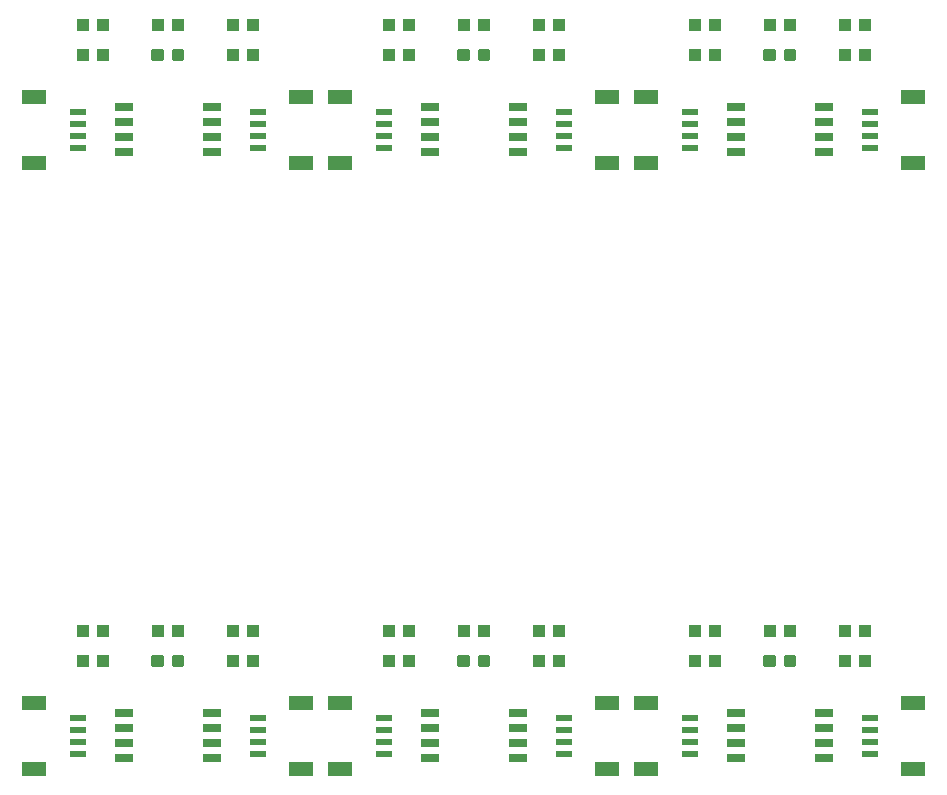
<source format=gtp>
G75*
%MOIN*%
%OFA0B0*%
%FSLAX25Y25*%
%IPPOS*%
%LPD*%
%AMOC8*
5,1,8,0,0,1.08239X$1,22.5*
%
%ADD10R,0.04331X0.03937*%
%ADD11C,0.01181*%
%ADD12R,0.07874X0.04724*%
%ADD13R,0.05315X0.02362*%
%ADD14R,0.06000X0.03000*%
D10*
X0154987Y0293933D03*
X0161680Y0293933D03*
X0161680Y0303933D03*
X0154987Y0303933D03*
X0179987Y0303933D03*
X0186680Y0303933D03*
X0204987Y0303933D03*
X0211680Y0303933D03*
X0211680Y0293933D03*
X0204987Y0293933D03*
X0256987Y0293933D03*
X0263680Y0293933D03*
X0263680Y0303933D03*
X0256987Y0303933D03*
X0281987Y0303933D03*
X0288680Y0303933D03*
X0306987Y0303933D03*
X0313680Y0303933D03*
X0313680Y0293933D03*
X0306987Y0293933D03*
X0358987Y0293933D03*
X0365680Y0293933D03*
X0365680Y0303933D03*
X0358987Y0303933D03*
X0383987Y0303933D03*
X0390680Y0303933D03*
X0408987Y0303933D03*
X0415680Y0303933D03*
X0415680Y0293933D03*
X0408987Y0293933D03*
X0408987Y0495933D03*
X0415680Y0495933D03*
X0415680Y0505933D03*
X0408987Y0505933D03*
X0390680Y0505933D03*
X0383987Y0505933D03*
X0365680Y0505933D03*
X0358987Y0505933D03*
X0358987Y0495933D03*
X0365680Y0495933D03*
X0313680Y0495933D03*
X0306987Y0495933D03*
X0306987Y0505933D03*
X0313680Y0505933D03*
X0288680Y0505933D03*
X0281987Y0505933D03*
X0263680Y0505933D03*
X0256987Y0505933D03*
X0256987Y0495933D03*
X0263680Y0495933D03*
X0211680Y0495933D03*
X0204987Y0495933D03*
X0204987Y0505933D03*
X0211680Y0505933D03*
X0186680Y0505933D03*
X0179987Y0505933D03*
X0161680Y0505933D03*
X0154987Y0505933D03*
X0154987Y0495933D03*
X0161680Y0495933D03*
D11*
X0181259Y0497311D02*
X0181259Y0494555D01*
X0178503Y0494555D01*
X0178503Y0497311D01*
X0181259Y0497311D01*
X0181259Y0495677D02*
X0178503Y0495677D01*
X0178503Y0496799D02*
X0181259Y0496799D01*
X0188164Y0497311D02*
X0188164Y0494555D01*
X0185408Y0494555D01*
X0185408Y0497311D01*
X0188164Y0497311D01*
X0188164Y0495677D02*
X0185408Y0495677D01*
X0185408Y0496799D02*
X0188164Y0496799D01*
X0283259Y0497311D02*
X0283259Y0494555D01*
X0280503Y0494555D01*
X0280503Y0497311D01*
X0283259Y0497311D01*
X0283259Y0495677D02*
X0280503Y0495677D01*
X0280503Y0496799D02*
X0283259Y0496799D01*
X0290164Y0497311D02*
X0290164Y0494555D01*
X0287408Y0494555D01*
X0287408Y0497311D01*
X0290164Y0497311D01*
X0290164Y0495677D02*
X0287408Y0495677D01*
X0287408Y0496799D02*
X0290164Y0496799D01*
X0385259Y0497311D02*
X0385259Y0494555D01*
X0382503Y0494555D01*
X0382503Y0497311D01*
X0385259Y0497311D01*
X0385259Y0495677D02*
X0382503Y0495677D01*
X0382503Y0496799D02*
X0385259Y0496799D01*
X0392164Y0497311D02*
X0392164Y0494555D01*
X0389408Y0494555D01*
X0389408Y0497311D01*
X0392164Y0497311D01*
X0392164Y0495677D02*
X0389408Y0495677D01*
X0389408Y0496799D02*
X0392164Y0496799D01*
X0392164Y0295311D02*
X0392164Y0292555D01*
X0389408Y0292555D01*
X0389408Y0295311D01*
X0392164Y0295311D01*
X0392164Y0293677D02*
X0389408Y0293677D01*
X0389408Y0294799D02*
X0392164Y0294799D01*
X0385259Y0295311D02*
X0385259Y0292555D01*
X0382503Y0292555D01*
X0382503Y0295311D01*
X0385259Y0295311D01*
X0385259Y0293677D02*
X0382503Y0293677D01*
X0382503Y0294799D02*
X0385259Y0294799D01*
X0290164Y0295311D02*
X0290164Y0292555D01*
X0287408Y0292555D01*
X0287408Y0295311D01*
X0290164Y0295311D01*
X0290164Y0293677D02*
X0287408Y0293677D01*
X0287408Y0294799D02*
X0290164Y0294799D01*
X0283259Y0295311D02*
X0283259Y0292555D01*
X0280503Y0292555D01*
X0280503Y0295311D01*
X0283259Y0295311D01*
X0283259Y0293677D02*
X0280503Y0293677D01*
X0280503Y0294799D02*
X0283259Y0294799D01*
X0188164Y0295311D02*
X0188164Y0292555D01*
X0185408Y0292555D01*
X0185408Y0295311D01*
X0188164Y0295311D01*
X0188164Y0293677D02*
X0185408Y0293677D01*
X0185408Y0294799D02*
X0188164Y0294799D01*
X0181259Y0295311D02*
X0181259Y0292555D01*
X0178503Y0292555D01*
X0178503Y0295311D01*
X0181259Y0295311D01*
X0181259Y0293677D02*
X0178503Y0293677D01*
X0178503Y0294799D02*
X0181259Y0294799D01*
D12*
X0138865Y0257909D03*
X0138865Y0279957D03*
X0227802Y0279957D03*
X0240865Y0279957D03*
X0240865Y0257909D03*
X0227802Y0257909D03*
X0329802Y0257909D03*
X0342865Y0257909D03*
X0342865Y0279957D03*
X0329802Y0279957D03*
X0431802Y0279957D03*
X0431802Y0257909D03*
X0431802Y0459909D03*
X0431802Y0481957D03*
X0342865Y0481957D03*
X0329802Y0481957D03*
X0329802Y0459909D03*
X0342865Y0459909D03*
X0240865Y0459909D03*
X0227802Y0459909D03*
X0227802Y0481957D03*
X0240865Y0481957D03*
X0138865Y0481957D03*
X0138865Y0459909D03*
D13*
X0153333Y0465028D03*
X0153333Y0468965D03*
X0153333Y0472902D03*
X0153333Y0476839D03*
X0213333Y0476839D03*
X0213333Y0472902D03*
X0213333Y0468965D03*
X0213333Y0465028D03*
X0255333Y0465028D03*
X0255333Y0468965D03*
X0255333Y0472902D03*
X0255333Y0476839D03*
X0315333Y0476839D03*
X0315333Y0472902D03*
X0315333Y0468965D03*
X0315333Y0465028D03*
X0357333Y0465028D03*
X0357333Y0468965D03*
X0357333Y0472902D03*
X0357333Y0476839D03*
X0417333Y0476839D03*
X0417333Y0472902D03*
X0417333Y0468965D03*
X0417333Y0465028D03*
X0417333Y0274839D03*
X0417333Y0270902D03*
X0417333Y0266965D03*
X0417333Y0263028D03*
X0357333Y0263028D03*
X0357333Y0266965D03*
X0357333Y0270902D03*
X0357333Y0274839D03*
X0315333Y0274839D03*
X0315333Y0270902D03*
X0315333Y0266965D03*
X0315333Y0263028D03*
X0255333Y0263028D03*
X0255333Y0266965D03*
X0255333Y0270902D03*
X0255333Y0274839D03*
X0213333Y0274839D03*
X0213333Y0270902D03*
X0213333Y0266965D03*
X0213333Y0263028D03*
X0153333Y0263028D03*
X0153333Y0266965D03*
X0153333Y0270902D03*
X0153333Y0274839D03*
D14*
X0168833Y0276433D03*
X0168833Y0271433D03*
X0168833Y0266433D03*
X0168833Y0261433D03*
X0198007Y0261433D03*
X0198007Y0266433D03*
X0198007Y0271433D03*
X0198007Y0276433D03*
X0270833Y0276433D03*
X0270833Y0271433D03*
X0270833Y0266433D03*
X0270833Y0261433D03*
X0300007Y0261433D03*
X0300007Y0266433D03*
X0300007Y0271433D03*
X0300007Y0276433D03*
X0372833Y0276433D03*
X0372833Y0271433D03*
X0372833Y0266433D03*
X0372833Y0261433D03*
X0402007Y0261433D03*
X0402007Y0266433D03*
X0402007Y0271433D03*
X0402007Y0276433D03*
X0402007Y0463433D03*
X0402007Y0468433D03*
X0402007Y0473433D03*
X0402007Y0478433D03*
X0372833Y0478433D03*
X0372833Y0473433D03*
X0372833Y0468433D03*
X0372833Y0463433D03*
X0300007Y0463433D03*
X0300007Y0468433D03*
X0300007Y0473433D03*
X0300007Y0478433D03*
X0270833Y0478433D03*
X0270833Y0473433D03*
X0270833Y0468433D03*
X0270833Y0463433D03*
X0198007Y0463433D03*
X0198007Y0468433D03*
X0198007Y0473433D03*
X0198007Y0478433D03*
X0168833Y0478433D03*
X0168833Y0473433D03*
X0168833Y0468433D03*
X0168833Y0463433D03*
M02*

</source>
